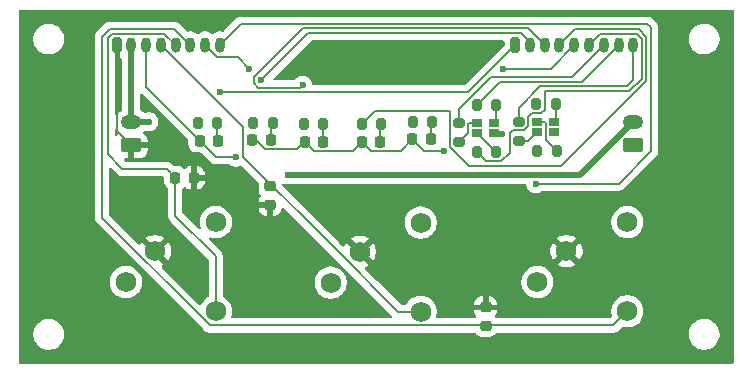
<source format=gtl>
G04 #@! TF.GenerationSoftware,KiCad,Pcbnew,9.0.0*
G04 #@! TF.CreationDate,2025-03-21T14:48:03+11:00*
G04 #@! TF.ProjectId,PCB_BackDesign,5043425f-4261-4636-9b44-657369676e2e,rev?*
G04 #@! TF.SameCoordinates,Original*
G04 #@! TF.FileFunction,Copper,L1,Top*
G04 #@! TF.FilePolarity,Positive*
%FSLAX46Y46*%
G04 Gerber Fmt 4.6, Leading zero omitted, Abs format (unit mm)*
G04 Created by KiCad (PCBNEW 9.0.0) date 2025-03-21 14:48:03*
%MOMM*%
%LPD*%
G01*
G04 APERTURE LIST*
G04 Aperture macros list*
%AMRoundRect*
0 Rectangle with rounded corners*
0 $1 Rounding radius*
0 $2 $3 $4 $5 $6 $7 $8 $9 X,Y pos of 4 corners*
0 Add a 4 corners polygon primitive as box body*
4,1,4,$2,$3,$4,$5,$6,$7,$8,$9,$2,$3,0*
0 Add four circle primitives for the rounded corners*
1,1,$1+$1,$2,$3*
1,1,$1+$1,$4,$5*
1,1,$1+$1,$6,$7*
1,1,$1+$1,$8,$9*
0 Add four rect primitives between the rounded corners*
20,1,$1+$1,$2,$3,$4,$5,0*
20,1,$1+$1,$4,$5,$6,$7,0*
20,1,$1+$1,$6,$7,$8,$9,0*
20,1,$1+$1,$8,$9,$2,$3,0*%
G04 Aperture macros list end*
G04 #@! TA.AperFunction,SMDPad,CuDef*
%ADD10RoundRect,0.200000X-0.200000X-0.275000X0.200000X-0.275000X0.200000X0.275000X-0.200000X0.275000X0*%
G04 #@! TD*
G04 #@! TA.AperFunction,SMDPad,CuDef*
%ADD11R,0.850000X0.650000*%
G04 #@! TD*
G04 #@! TA.AperFunction,SMDPad,CuDef*
%ADD12RoundRect,0.218750X0.218750X0.256250X-0.218750X0.256250X-0.218750X-0.256250X0.218750X-0.256250X0*%
G04 #@! TD*
G04 #@! TA.AperFunction,SMDPad,CuDef*
%ADD13RoundRect,0.225000X-0.225000X-0.250000X0.225000X-0.250000X0.225000X0.250000X-0.225000X0.250000X0*%
G04 #@! TD*
G04 #@! TA.AperFunction,ComponentPad*
%ADD14C,1.727200*%
G04 #@! TD*
G04 #@! TA.AperFunction,SMDPad,CuDef*
%ADD15RoundRect,0.225000X0.250000X-0.225000X0.250000X0.225000X-0.250000X0.225000X-0.250000X-0.225000X0*%
G04 #@! TD*
G04 #@! TA.AperFunction,SMDPad,CuDef*
%ADD16RoundRect,0.200000X-0.275000X0.200000X-0.275000X-0.200000X0.275000X-0.200000X0.275000X0.200000X0*%
G04 #@! TD*
G04 #@! TA.AperFunction,SMDPad,CuDef*
%ADD17RoundRect,0.225000X-0.250000X0.225000X-0.250000X-0.225000X0.250000X-0.225000X0.250000X0.225000X0*%
G04 #@! TD*
G04 #@! TA.AperFunction,ComponentPad*
%ADD18RoundRect,0.200000X-0.200000X-0.450000X0.200000X-0.450000X0.200000X0.450000X-0.200000X0.450000X0*%
G04 #@! TD*
G04 #@! TA.AperFunction,ComponentPad*
%ADD19O,0.800000X1.300000*%
G04 #@! TD*
G04 #@! TA.AperFunction,ComponentPad*
%ADD20RoundRect,0.250000X0.625000X-0.350000X0.625000X0.350000X-0.625000X0.350000X-0.625000X-0.350000X0*%
G04 #@! TD*
G04 #@! TA.AperFunction,ComponentPad*
%ADD21O,1.750000X1.200000*%
G04 #@! TD*
G04 #@! TA.AperFunction,ViaPad*
%ADD22C,0.600000*%
G04 #@! TD*
G04 #@! TA.AperFunction,Conductor*
%ADD23C,0.200000*%
G04 #@! TD*
G04 #@! TA.AperFunction,Conductor*
%ADD24C,0.500000*%
G04 #@! TD*
G04 APERTURE END LIST*
D10*
X149245000Y-80070792D03*
X150895000Y-80070792D03*
X149245000Y-76070792D03*
X150895000Y-76070792D03*
D11*
X149245000Y-78420792D03*
X149245000Y-77570792D03*
X150695000Y-77570792D03*
X150695000Y-78420792D03*
X154350630Y-78350000D03*
X154350630Y-77500000D03*
X155800630Y-77500000D03*
X155800630Y-78350000D03*
D10*
X139527657Y-77720000D03*
X141177657Y-77720000D03*
D12*
X136257500Y-79182500D03*
X134682500Y-79182500D03*
X127352500Y-79110000D03*
X125777500Y-79110000D03*
D13*
X123725000Y-82250000D03*
X125275000Y-82250000D03*
D10*
X154350000Y-80000000D03*
X156000000Y-80000000D03*
D14*
X127156200Y-93543800D03*
X122000000Y-88463800D03*
X119536200Y-91080000D03*
X127156200Y-86000000D03*
D12*
X131787500Y-79072500D03*
X130212500Y-79072500D03*
D15*
X150000000Y-94775000D03*
X150000000Y-93225000D03*
D14*
X144500000Y-93580000D03*
X139343800Y-88500000D03*
X136880000Y-91116200D03*
X144500000Y-86036200D03*
D10*
X154300630Y-76000000D03*
X155950630Y-76000000D03*
X143821876Y-77500000D03*
X145471876Y-77500000D03*
X130320000Y-77572500D03*
X131970000Y-77572500D03*
D14*
X162000000Y-93543800D03*
X156843800Y-88463800D03*
X154380000Y-91080000D03*
X162000000Y-86000000D03*
D12*
X145364376Y-79000000D03*
X143789376Y-79000000D03*
D10*
X134607500Y-77682500D03*
X136257500Y-77682500D03*
D16*
X147745000Y-77570792D03*
X147745000Y-79220792D03*
D17*
X131750000Y-82975000D03*
X131750000Y-84525000D03*
D10*
X125645000Y-77610000D03*
X127295000Y-77610000D03*
D12*
X141095157Y-79220000D03*
X139520157Y-79220000D03*
D16*
X152800630Y-77500000D03*
X152800630Y-79150000D03*
D18*
X118750000Y-71000000D03*
D19*
X120000000Y-71000000D03*
X121250000Y-71000000D03*
X122500000Y-71000000D03*
X123750000Y-71000000D03*
X125000000Y-71000000D03*
X126250000Y-71000000D03*
X127500000Y-71000000D03*
D18*
X152500000Y-71000000D03*
D19*
X153750000Y-71000000D03*
X155000000Y-71000000D03*
X156250000Y-71000000D03*
X157500000Y-71000000D03*
X158750000Y-71000000D03*
X160000000Y-71000000D03*
X161250000Y-71000000D03*
X162500000Y-71000000D03*
D20*
X120000000Y-79500000D03*
D21*
X120000000Y-77500000D03*
D20*
X162500000Y-79500000D03*
D21*
X162500000Y-77500000D03*
D22*
X146496879Y-80002434D03*
X151425630Y-78501785D03*
X128875829Y-80506535D03*
X130212500Y-79072500D03*
X150695000Y-78420792D03*
X155800630Y-78350000D03*
X133250000Y-82000000D03*
X121500000Y-77500000D03*
X154250000Y-82750000D03*
X154350000Y-80000000D03*
X130000000Y-73000000D03*
X154300630Y-76000000D03*
X146000000Y-74000000D03*
X146000000Y-71000000D03*
X139000000Y-71000000D03*
X139000000Y-74000000D03*
X131000000Y-74000000D03*
X130320000Y-77572500D03*
X134500000Y-74400000D03*
X134607500Y-77682500D03*
X127500000Y-75000000D03*
X125645000Y-77610000D03*
X151500000Y-73000000D03*
X143821876Y-77500000D03*
D23*
X139520157Y-79220000D02*
X140295157Y-79995000D01*
X150695000Y-78420792D02*
X151344637Y-78420792D01*
X138782657Y-79957500D02*
X139520157Y-79220000D01*
X127174035Y-80506535D02*
X128875829Y-80506535D01*
X130572500Y-79072500D02*
X131347500Y-79847500D01*
X144791810Y-80002434D02*
X146496879Y-80002434D01*
X134017500Y-79847500D02*
X134682500Y-79182500D01*
X151344637Y-78420792D02*
X151425630Y-78501785D01*
X121250000Y-71000000D02*
X121250000Y-74582500D01*
X130212500Y-79072500D02*
X130572500Y-79072500D01*
X125777500Y-79110000D02*
X127174035Y-80506535D01*
X135457500Y-79957500D02*
X138782657Y-79957500D01*
X134682500Y-79182500D02*
X135457500Y-79957500D01*
X131347500Y-79847500D02*
X134017500Y-79847500D01*
X143789376Y-79000000D02*
X144791810Y-80002434D01*
X142794376Y-79995000D02*
X143789376Y-79000000D01*
X140295157Y-79995000D02*
X142794376Y-79995000D01*
X121250000Y-74582500D02*
X125777500Y-79110000D01*
X127295000Y-79052500D02*
X127352500Y-79110000D01*
X127295000Y-77610000D02*
X127295000Y-79052500D01*
X131787500Y-79072500D02*
X131787500Y-77755000D01*
X131787500Y-77755000D02*
X131970000Y-77572500D01*
X136257500Y-79182500D02*
X136257500Y-77682500D01*
X141095157Y-77802500D02*
X141177657Y-77720000D01*
X141095157Y-79220000D02*
X141095157Y-77802500D01*
X145364376Y-77607500D02*
X145471876Y-77500000D01*
X145364376Y-79000000D02*
X145364376Y-77607500D01*
X148520000Y-77670792D02*
X148620000Y-77570792D01*
X148520000Y-78445792D02*
X148520000Y-77670792D01*
X148620000Y-77570792D02*
X149245000Y-77570792D01*
X147745000Y-79220792D02*
X148520000Y-78445792D01*
X150895000Y-80070792D02*
X149245000Y-78420792D01*
X150895000Y-77370792D02*
X150695000Y-77570792D01*
X150895000Y-76070792D02*
X150895000Y-77370792D01*
X155950630Y-76000000D02*
X155950630Y-77350000D01*
X155950630Y-77350000D02*
X155800630Y-77500000D01*
X153550630Y-79150000D02*
X154350630Y-78350000D01*
X152800630Y-79150000D02*
X153550630Y-79150000D01*
X154350630Y-77500000D02*
X154975630Y-77500000D01*
X154975630Y-77500000D02*
X155075630Y-77600000D01*
X155075630Y-77600000D02*
X155075630Y-79075630D01*
X155075630Y-79075630D02*
X156000000Y-80000000D01*
D24*
X120000000Y-71000000D02*
X120000000Y-77500000D01*
X121500000Y-77500000D02*
X120000000Y-77500000D01*
X162500000Y-77500000D02*
X158000000Y-82000000D01*
X158000000Y-82000000D02*
X133250000Y-82000000D01*
D23*
X129300000Y-69200000D02*
X127500000Y-71000000D01*
X161250000Y-82750000D02*
X164000000Y-80000000D01*
X154250000Y-82750000D02*
X161250000Y-82750000D01*
X163700000Y-69200000D02*
X129300000Y-69200000D01*
X164000000Y-80000000D02*
X164000000Y-69500000D01*
X164000000Y-69500000D02*
X163700000Y-69200000D01*
X127250000Y-72000000D02*
X129000000Y-72000000D01*
X129000000Y-72000000D02*
X130000000Y-73000000D01*
X126250000Y-71000000D02*
X127250000Y-72000000D01*
X129475000Y-80475000D02*
X137125000Y-88125000D01*
X122500000Y-71000000D02*
X129475000Y-77975000D01*
X137125000Y-88125000D02*
X142580000Y-93580000D01*
X129475000Y-77975000D02*
X129475000Y-80475000D01*
X142580000Y-93580000D02*
X144500000Y-93580000D01*
X122800000Y-70050000D02*
X118337352Y-70050000D01*
X119250000Y-81500000D02*
X123000000Y-81500000D01*
X118337352Y-70050000D02*
X118000000Y-70387352D01*
X123000000Y-81500000D02*
X123725000Y-82225000D01*
X123750000Y-71000000D02*
X122800000Y-70050000D01*
X123725000Y-85475000D02*
X127156200Y-88906200D01*
X123725000Y-82225000D02*
X123725000Y-85475000D01*
X127156200Y-88906200D02*
X127156200Y-93543800D01*
X118000000Y-80250000D02*
X119250000Y-81500000D01*
X118000000Y-70387352D02*
X118000000Y-80250000D01*
X123650000Y-69650000D02*
X118171666Y-69650000D01*
X126634221Y-94743600D02*
X160800200Y-94743600D01*
X117500000Y-70321666D02*
X117500000Y-85609379D01*
X125000000Y-71000000D02*
X123650000Y-69650000D01*
X160800200Y-94743600D02*
X162000000Y-93543800D01*
X117500000Y-85609379D02*
X126634221Y-94743600D01*
X118171666Y-69650000D02*
X117500000Y-70321666D01*
X118750000Y-71000000D02*
X118750000Y-78250000D01*
X118750000Y-78250000D02*
X120000000Y-79500000D01*
X146970000Y-79633440D02*
X146970000Y-76592458D01*
X162955635Y-69650000D02*
X163600000Y-70294365D01*
X156250000Y-71000000D02*
X157600000Y-69650000D01*
X140655199Y-76592458D02*
X139527657Y-77720000D01*
X157600000Y-69650000D02*
X162955635Y-69650000D01*
X148582352Y-81245792D02*
X146970000Y-79633440D01*
X146970000Y-76592458D02*
X140655199Y-76592458D01*
X163600000Y-70294365D02*
X163600000Y-74031372D01*
X163600000Y-74031372D02*
X156385580Y-81245792D01*
X156385580Y-81245792D02*
X148582352Y-81245792D01*
X157300000Y-73700000D02*
X150428144Y-73700000D01*
X150428144Y-73700000D02*
X147745000Y-76383144D01*
X160000000Y-71000000D02*
X157300000Y-73700000D01*
X147745000Y-76383144D02*
X147745000Y-77570792D01*
X153750000Y-71000000D02*
X153750000Y-70750000D01*
X153000000Y-70000000D02*
X135000000Y-70000000D01*
X135000000Y-70000000D02*
X131000000Y-74000000D01*
X153750000Y-70750000D02*
X153000000Y-70000000D01*
X154713278Y-76775000D02*
X155000630Y-76487648D01*
X155000630Y-74900000D02*
X162165686Y-74900000D01*
X163200000Y-73865686D02*
X163200000Y-70460051D01*
X155000630Y-76487648D02*
X155000630Y-74900000D01*
X153887982Y-76775000D02*
X154713278Y-76775000D01*
X153600630Y-77887648D02*
X153600630Y-77062352D01*
X159700000Y-70050000D02*
X158750000Y-71000000D01*
X151307648Y-80845792D02*
X152025630Y-80127810D01*
X152025630Y-78487352D02*
X152312982Y-78200000D01*
X162165686Y-74900000D02*
X163200000Y-73865686D01*
X152312982Y-78200000D02*
X153288278Y-78200000D01*
X149245000Y-80070792D02*
X150020000Y-80845792D01*
X152025630Y-80127810D02*
X152025630Y-78487352D01*
X163200000Y-70460051D02*
X162789949Y-70050000D01*
X150020000Y-80845792D02*
X151307648Y-80845792D01*
X153600630Y-77062352D02*
X153887982Y-76775000D01*
X153288278Y-78200000D02*
X153600630Y-77887648D01*
X162789949Y-70050000D02*
X159700000Y-70050000D01*
X158150000Y-74100000D02*
X161250000Y-71000000D01*
X151215792Y-74100000D02*
X158150000Y-74100000D01*
X149245000Y-76070792D02*
X151215792Y-74100000D01*
X155000000Y-71000000D02*
X153600000Y-69600000D01*
X130751471Y-74600000D02*
X134300000Y-74600000D01*
X130400000Y-74248529D02*
X130751471Y-74600000D01*
X134300000Y-74600000D02*
X134500000Y-74400000D01*
X134551471Y-69600000D02*
X130400000Y-73751471D01*
X130400000Y-73751471D02*
X130400000Y-74248529D01*
X153600000Y-69600000D02*
X134551471Y-69600000D01*
X152800630Y-77500000D02*
X152800630Y-76312352D01*
X154612982Y-74500000D02*
X162000000Y-74500000D01*
X152800630Y-76312352D02*
X154612982Y-74500000D01*
X162500000Y-74000000D02*
X162500000Y-71000000D01*
X162000000Y-74500000D02*
X162500000Y-74000000D01*
X148500000Y-75000000D02*
X127500000Y-75000000D01*
X152500000Y-71000000D02*
X148500000Y-75000000D01*
X157500000Y-71000000D02*
X155500000Y-73000000D01*
X155500000Y-73000000D02*
X151500000Y-73000000D01*
G04 #@! TA.AperFunction,Conductor*
G36*
X120955703Y-75137884D02*
G01*
X120962181Y-75143916D01*
X124803181Y-78984916D01*
X124836666Y-79046239D01*
X124839500Y-79072597D01*
X124839500Y-79414181D01*
X124849563Y-79512683D01*
X124902450Y-79672284D01*
X124902455Y-79672295D01*
X124990716Y-79815387D01*
X124990719Y-79815391D01*
X125109608Y-79934280D01*
X125109612Y-79934283D01*
X125252704Y-80022544D01*
X125252707Y-80022545D01*
X125252713Y-80022549D01*
X125412315Y-80075436D01*
X125510826Y-80085500D01*
X125852403Y-80085500D01*
X125919442Y-80105185D01*
X125940083Y-80121818D01*
X126805319Y-80987055D01*
X126805321Y-80987056D01*
X126805325Y-80987059D01*
X126904466Y-81044297D01*
X126942251Y-81066112D01*
X127094978Y-81107036D01*
X127094980Y-81107036D01*
X127260689Y-81107036D01*
X127260705Y-81107035D01*
X128296063Y-81107035D01*
X128363102Y-81126720D01*
X128364954Y-81127933D01*
X128496643Y-81215925D01*
X128496656Y-81215932D01*
X128642327Y-81276270D01*
X128642332Y-81276272D01*
X128796982Y-81307034D01*
X128796985Y-81307035D01*
X128796987Y-81307035D01*
X128954673Y-81307035D01*
X128954674Y-81307034D01*
X129109326Y-81276272D01*
X129255008Y-81215929D01*
X129255012Y-81215926D01*
X129257434Y-81214923D01*
X129326903Y-81207454D01*
X129389383Y-81238729D01*
X129392568Y-81241803D01*
X130740056Y-82589291D01*
X130773541Y-82650614D01*
X130775734Y-82689566D01*
X130774500Y-82701645D01*
X130774500Y-83248337D01*
X130774501Y-83248355D01*
X130784650Y-83347707D01*
X130784651Y-83347710D01*
X130837996Y-83508694D01*
X130838001Y-83508705D01*
X130927029Y-83653040D01*
X130927032Y-83653044D01*
X130936660Y-83662672D01*
X130970145Y-83723995D01*
X130965161Y-83793687D01*
X130936663Y-83838031D01*
X130927428Y-83847265D01*
X130927424Y-83847271D01*
X130838457Y-83991507D01*
X130838452Y-83991518D01*
X130785144Y-84152393D01*
X130775000Y-84251677D01*
X130775000Y-84275000D01*
X131626000Y-84275000D01*
X131693039Y-84294685D01*
X131738794Y-84347489D01*
X131750000Y-84399000D01*
X131750000Y-84525000D01*
X131876000Y-84525000D01*
X131943039Y-84544685D01*
X131988794Y-84597489D01*
X132000000Y-84649000D01*
X132000000Y-85474999D01*
X132048308Y-85474999D01*
X132048322Y-85474998D01*
X132147607Y-85464855D01*
X132308481Y-85411547D01*
X132308492Y-85411542D01*
X132452728Y-85322575D01*
X132452732Y-85322572D01*
X132572572Y-85202732D01*
X132572575Y-85202728D01*
X132661542Y-85058492D01*
X132661547Y-85058481D01*
X132714856Y-84897606D01*
X132719249Y-84854604D01*
X132745644Y-84789912D01*
X132802825Y-84749760D01*
X132872636Y-84746896D01*
X132930288Y-84779524D01*
X136763349Y-88612585D01*
X136763355Y-88612590D01*
X142082184Y-93931419D01*
X142115669Y-93992742D01*
X142110685Y-94062434D01*
X142068813Y-94118367D01*
X142003349Y-94142784D01*
X141994503Y-94143100D01*
X128566447Y-94143100D01*
X128499408Y-94123415D01*
X128453653Y-94070611D01*
X128443709Y-94001453D01*
X128448516Y-93980782D01*
X128468758Y-93918480D01*
X128486711Y-93863227D01*
X128520300Y-93651157D01*
X128520300Y-93436443D01*
X128486711Y-93224373D01*
X128432123Y-93056366D01*
X128420362Y-93020169D01*
X128420361Y-93020166D01*
X128341327Y-92865055D01*
X128322883Y-92828856D01*
X128196677Y-92655149D01*
X128044851Y-92503323D01*
X127940390Y-92427427D01*
X127871142Y-92377115D01*
X127824404Y-92353301D01*
X127773609Y-92305327D01*
X127756700Y-92242817D01*
X127756700Y-91008843D01*
X135515900Y-91008843D01*
X135515900Y-91223556D01*
X135549489Y-91435628D01*
X135615837Y-91639830D01*
X135615838Y-91639833D01*
X135694872Y-91794944D01*
X135713317Y-91831144D01*
X135839523Y-92004851D01*
X135991349Y-92156677D01*
X136165056Y-92282883D01*
X136229732Y-92315837D01*
X136356366Y-92380361D01*
X136356369Y-92380362D01*
X136449157Y-92410510D01*
X136560573Y-92446711D01*
X136772643Y-92480300D01*
X136772644Y-92480300D01*
X136987356Y-92480300D01*
X136987357Y-92480300D01*
X137199427Y-92446711D01*
X137403633Y-92380361D01*
X137594944Y-92282883D01*
X137768651Y-92156677D01*
X137920477Y-92004851D01*
X138046683Y-91831144D01*
X138144161Y-91639833D01*
X138210511Y-91435627D01*
X138244100Y-91223557D01*
X138244100Y-91008843D01*
X138210511Y-90796773D01*
X138144161Y-90592567D01*
X138144161Y-90592566D01*
X138046682Y-90401255D01*
X138020381Y-90365055D01*
X137920477Y-90227549D01*
X137768651Y-90075723D01*
X137594944Y-89949517D01*
X137523898Y-89913317D01*
X137403633Y-89852038D01*
X137403630Y-89852037D01*
X137199428Y-89785689D01*
X137075313Y-89766031D01*
X136987357Y-89752100D01*
X136772643Y-89752100D01*
X136701953Y-89763296D01*
X136560571Y-89785689D01*
X136356369Y-89852037D01*
X136356366Y-89852038D01*
X136165055Y-89949517D01*
X136065949Y-90021522D01*
X135991349Y-90075723D01*
X135991347Y-90075725D01*
X135991346Y-90075725D01*
X135839525Y-90227546D01*
X135839525Y-90227547D01*
X135839523Y-90227549D01*
X135785322Y-90302149D01*
X135713317Y-90401255D01*
X135615838Y-90592566D01*
X135615837Y-90592569D01*
X135549489Y-90796771D01*
X135515900Y-91008843D01*
X127756700Y-91008843D01*
X127756700Y-88995260D01*
X127756701Y-88995247D01*
X127756701Y-88827144D01*
X127754602Y-88819311D01*
X127715777Y-88674416D01*
X127676001Y-88605521D01*
X127636724Y-88537490D01*
X127636718Y-88537482D01*
X126599062Y-87499826D01*
X126565577Y-87438503D01*
X126570561Y-87368811D01*
X126612433Y-87312878D01*
X126677897Y-87288461D01*
X126725061Y-87294214D01*
X126836773Y-87330511D01*
X127048843Y-87364100D01*
X127048844Y-87364100D01*
X127263556Y-87364100D01*
X127263557Y-87364100D01*
X127475627Y-87330511D01*
X127679833Y-87264161D01*
X127871144Y-87166683D01*
X128044851Y-87040477D01*
X128196677Y-86888651D01*
X128322883Y-86714944D01*
X128420361Y-86523633D01*
X128486711Y-86319427D01*
X128520300Y-86107357D01*
X128520300Y-85892643D01*
X128486711Y-85680573D01*
X128420361Y-85476367D01*
X128420361Y-85476366D01*
X128341327Y-85321255D01*
X128322883Y-85285056D01*
X128196677Y-85111349D01*
X128044851Y-84959523D01*
X127871144Y-84833317D01*
X127871145Y-84833317D01*
X127871143Y-84833316D01*
X127802464Y-84798322D01*
X130775001Y-84798322D01*
X130785144Y-84897607D01*
X130838452Y-85058481D01*
X130838457Y-85058492D01*
X130927424Y-85202728D01*
X130927427Y-85202732D01*
X131047267Y-85322572D01*
X131047271Y-85322575D01*
X131191507Y-85411542D01*
X131191518Y-85411547D01*
X131352393Y-85464855D01*
X131451683Y-85474999D01*
X131499999Y-85474998D01*
X131500000Y-85474998D01*
X131500000Y-84775000D01*
X130775001Y-84775000D01*
X130775001Y-84798322D01*
X127802464Y-84798322D01*
X127679833Y-84735838D01*
X127679830Y-84735837D01*
X127475628Y-84669489D01*
X127346266Y-84649000D01*
X127263557Y-84635900D01*
X127048843Y-84635900D01*
X126978153Y-84647096D01*
X126836771Y-84669489D01*
X126632569Y-84735837D01*
X126632566Y-84735838D01*
X126441255Y-84833317D01*
X126391431Y-84869517D01*
X126267549Y-84959523D01*
X126267547Y-84959525D01*
X126267546Y-84959525D01*
X126115725Y-85111346D01*
X126115725Y-85111347D01*
X126115723Y-85111349D01*
X126089424Y-85147547D01*
X125989517Y-85285055D01*
X125892038Y-85476366D01*
X125892037Y-85476369D01*
X125825689Y-85680571D01*
X125792100Y-85892643D01*
X125792100Y-86107356D01*
X125825689Y-86319430D01*
X125861985Y-86431139D01*
X125863980Y-86500980D01*
X125827899Y-86560812D01*
X125765198Y-86591640D01*
X125695784Y-86583675D01*
X125656373Y-86557137D01*
X124361819Y-85262583D01*
X124328334Y-85201260D01*
X124325500Y-85174902D01*
X124325500Y-83190004D01*
X124326582Y-83186317D01*
X124325723Y-83182574D01*
X124336348Y-83153057D01*
X124345185Y-83122965D01*
X124348464Y-83119401D01*
X124349389Y-83116834D01*
X124359037Y-83107914D01*
X124374059Y-83091594D01*
X124379050Y-83087767D01*
X124403044Y-83072968D01*
X124418442Y-83057569D01*
X124424912Y-83052610D01*
X124450200Y-83042846D01*
X124473987Y-83029856D01*
X124482307Y-83030450D01*
X124490092Y-83027445D01*
X124516642Y-83032903D01*
X124543679Y-83034835D01*
X124551977Y-83040167D01*
X124558531Y-83041515D01*
X124567087Y-83049878D01*
X124588034Y-83063339D01*
X124597267Y-83072572D01*
X124597271Y-83072575D01*
X124741507Y-83161542D01*
X124741518Y-83161547D01*
X124902393Y-83214855D01*
X125001683Y-83224999D01*
X125525000Y-83224999D01*
X125548308Y-83224999D01*
X125548322Y-83224998D01*
X125647607Y-83214855D01*
X125808481Y-83161547D01*
X125808492Y-83161542D01*
X125952728Y-83072575D01*
X125952732Y-83072572D01*
X126072572Y-82952732D01*
X126072575Y-82952728D01*
X126161542Y-82808492D01*
X126161547Y-82808481D01*
X126214855Y-82647606D01*
X126224999Y-82548322D01*
X126225000Y-82548309D01*
X126225000Y-82500000D01*
X125525000Y-82500000D01*
X125525000Y-83224999D01*
X125001683Y-83224999D01*
X125025000Y-83224998D01*
X125025000Y-82000000D01*
X125525000Y-82000000D01*
X126224999Y-82000000D01*
X126224999Y-81951692D01*
X126224998Y-81951677D01*
X126214855Y-81852392D01*
X126161547Y-81691518D01*
X126161542Y-81691507D01*
X126072575Y-81547271D01*
X126072572Y-81547267D01*
X125952732Y-81427427D01*
X125952728Y-81427424D01*
X125808492Y-81338457D01*
X125808481Y-81338452D01*
X125647606Y-81285144D01*
X125548322Y-81275000D01*
X125525000Y-81275000D01*
X125525000Y-82000000D01*
X125025000Y-82000000D01*
X125025000Y-81274999D01*
X125001693Y-81275000D01*
X125001674Y-81275001D01*
X124902392Y-81285144D01*
X124741518Y-81338452D01*
X124741507Y-81338457D01*
X124597271Y-81427424D01*
X124597265Y-81427428D01*
X124588031Y-81436663D01*
X124526707Y-81470146D01*
X124457015Y-81465159D01*
X124412672Y-81436660D01*
X124403044Y-81427032D01*
X124403040Y-81427029D01*
X124258705Y-81338001D01*
X124258699Y-81337998D01*
X124258697Y-81337997D01*
X124258694Y-81337996D01*
X124097709Y-81284651D01*
X123998352Y-81274500D01*
X123998345Y-81274500D01*
X123675097Y-81274500D01*
X123645656Y-81265855D01*
X123615670Y-81259332D01*
X123610654Y-81255577D01*
X123608058Y-81254815D01*
X123587416Y-81238181D01*
X123487590Y-81138355D01*
X123487588Y-81138352D01*
X123368717Y-81019481D01*
X123368716Y-81019480D01*
X123257934Y-80955520D01*
X123257934Y-80955519D01*
X123257929Y-80955518D01*
X123248806Y-80950250D01*
X123231786Y-80940423D01*
X123193603Y-80930192D01*
X123079057Y-80899499D01*
X122920943Y-80899499D01*
X122913347Y-80899499D01*
X122913331Y-80899500D01*
X119550097Y-80899500D01*
X119520656Y-80890855D01*
X119490670Y-80884332D01*
X119485654Y-80880577D01*
X119483058Y-80879815D01*
X119462416Y-80863181D01*
X119410915Y-80811680D01*
X119377430Y-80750357D01*
X119382414Y-80680665D01*
X119424286Y-80624732D01*
X119489750Y-80600315D01*
X119498596Y-80599999D01*
X119749999Y-80599999D01*
X119750000Y-80599998D01*
X119750000Y-79780330D01*
X119769745Y-79800075D01*
X119855255Y-79849444D01*
X119950630Y-79875000D01*
X120049370Y-79875000D01*
X120144745Y-79849444D01*
X120230255Y-79800075D01*
X120250000Y-79780330D01*
X120250000Y-80599999D01*
X120674972Y-80599999D01*
X120674986Y-80599998D01*
X120777697Y-80589505D01*
X120944119Y-80534358D01*
X120944124Y-80534356D01*
X121093345Y-80442315D01*
X121217315Y-80318345D01*
X121309356Y-80169124D01*
X121309358Y-80169119D01*
X121364505Y-80002697D01*
X121364506Y-80002690D01*
X121374999Y-79899986D01*
X121375000Y-79899973D01*
X121375000Y-79750000D01*
X120280330Y-79750000D01*
X120300075Y-79730255D01*
X120349444Y-79644745D01*
X120375000Y-79549370D01*
X120375000Y-79450630D01*
X120349444Y-79355255D01*
X120300075Y-79269745D01*
X120280330Y-79250000D01*
X121374999Y-79250000D01*
X121374999Y-79100028D01*
X121374998Y-79100013D01*
X121364505Y-78997302D01*
X121309358Y-78830880D01*
X121309356Y-78830875D01*
X121217315Y-78681654D01*
X121093343Y-78557682D01*
X121029093Y-78518053D01*
X121013539Y-78500761D01*
X120994921Y-78486823D01*
X120990612Y-78475271D01*
X120982368Y-78466105D01*
X120978631Y-78443148D01*
X120970505Y-78421358D01*
X120973125Y-78409312D01*
X120971145Y-78397143D01*
X120980414Y-78375808D01*
X120985358Y-78353086D01*
X120997105Y-78337393D01*
X120998988Y-78333061D01*
X121006498Y-78324843D01*
X121044524Y-78286818D01*
X121105847Y-78253333D01*
X121132204Y-78250500D01*
X121195396Y-78250500D01*
X121242844Y-78259937D01*
X121266503Y-78269737D01*
X121266508Y-78269738D01*
X121266511Y-78269739D01*
X121421153Y-78300499D01*
X121421156Y-78300500D01*
X121421158Y-78300500D01*
X121578844Y-78300500D01*
X121578845Y-78300499D01*
X121733497Y-78269737D01*
X121865804Y-78214934D01*
X121879172Y-78209397D01*
X121879172Y-78209396D01*
X121879179Y-78209394D01*
X122010289Y-78121789D01*
X122121789Y-78010289D01*
X122209394Y-77879179D01*
X122269737Y-77733497D01*
X122300500Y-77578842D01*
X122300500Y-77421158D01*
X122300500Y-77421155D01*
X122300499Y-77421153D01*
X122286522Y-77350886D01*
X122269737Y-77266503D01*
X122260161Y-77243384D01*
X122209397Y-77120827D01*
X122209390Y-77120814D01*
X122121789Y-76989711D01*
X122121786Y-76989707D01*
X122010292Y-76878213D01*
X122010288Y-76878210D01*
X121879185Y-76790609D01*
X121879172Y-76790602D01*
X121733501Y-76730264D01*
X121733489Y-76730261D01*
X121578845Y-76699500D01*
X121578842Y-76699500D01*
X121421158Y-76699500D01*
X121421155Y-76699500D01*
X121266511Y-76730260D01*
X121266506Y-76730262D01*
X121266504Y-76730262D01*
X121266503Y-76730263D01*
X121242844Y-76740062D01*
X121234670Y-76741688D01*
X121230331Y-76744477D01*
X121195396Y-76749500D01*
X121132204Y-76749500D01*
X121065165Y-76729815D01*
X121044523Y-76713181D01*
X120991930Y-76660588D01*
X120991928Y-76660586D01*
X120851788Y-76558768D01*
X120849765Y-76557737D01*
X120818203Y-76541655D01*
X120767408Y-76493680D01*
X120750500Y-76431171D01*
X120750500Y-75231597D01*
X120770185Y-75164558D01*
X120822989Y-75118803D01*
X120892147Y-75108859D01*
X120955703Y-75137884D01*
G37*
G04 #@! TD.AperFunction*
G04 #@! TA.AperFunction,Conductor*
G36*
X118305703Y-81405384D02*
G01*
X118312181Y-81411416D01*
X118765139Y-81864374D01*
X118765149Y-81864385D01*
X118769479Y-81868715D01*
X118769480Y-81868716D01*
X118881284Y-81980520D01*
X118957462Y-82024501D01*
X119018215Y-82059577D01*
X119170943Y-82100501D01*
X119170946Y-82100501D01*
X119336653Y-82100501D01*
X119336669Y-82100500D01*
X122650500Y-82100500D01*
X122717539Y-82120185D01*
X122763294Y-82172989D01*
X122774500Y-82224500D01*
X122774500Y-82548336D01*
X122774501Y-82548355D01*
X122784650Y-82647707D01*
X122784651Y-82647710D01*
X122837996Y-82808694D01*
X122838001Y-82808705D01*
X122927029Y-82953040D01*
X122927032Y-82953044D01*
X123046956Y-83072968D01*
X123065596Y-83084465D01*
X123112321Y-83136412D01*
X123124500Y-83190004D01*
X123124500Y-85388330D01*
X123124499Y-85388348D01*
X123124499Y-85554054D01*
X123124498Y-85554054D01*
X123165423Y-85706785D01*
X123194358Y-85756900D01*
X123194359Y-85756904D01*
X123194360Y-85756904D01*
X123244479Y-85843714D01*
X123244481Y-85843717D01*
X123363349Y-85962585D01*
X123363355Y-85962590D01*
X126519381Y-89118616D01*
X126552866Y-89179939D01*
X126555700Y-89206297D01*
X126555700Y-92242817D01*
X126536015Y-92309856D01*
X126487996Y-92353301D01*
X126441257Y-92377115D01*
X126345468Y-92446711D01*
X126267549Y-92503323D01*
X126267547Y-92503325D01*
X126267546Y-92503325D01*
X126115725Y-92655146D01*
X126115725Y-92655147D01*
X126115723Y-92655149D01*
X126061522Y-92729749D01*
X125989517Y-92828855D01*
X125924961Y-92955553D01*
X125876986Y-93006349D01*
X125809165Y-93023144D01*
X125743030Y-93000606D01*
X125726795Y-92986939D01*
X122606968Y-89867112D01*
X122573483Y-89805789D01*
X122578467Y-89736097D01*
X122620339Y-89680164D01*
X122638355Y-89668946D01*
X122714679Y-89630057D01*
X122714680Y-89630057D01*
X122771453Y-89588807D01*
X122771453Y-89588806D01*
X122216567Y-89033921D01*
X122288754Y-89004021D01*
X122388598Y-88937308D01*
X122473508Y-88852398D01*
X122540221Y-88752554D01*
X122570121Y-88680368D01*
X123125006Y-89235253D01*
X123125007Y-89235253D01*
X123166255Y-89178482D01*
X123263696Y-88987245D01*
X123330024Y-88783111D01*
X123363600Y-88571123D01*
X123363600Y-88356476D01*
X123330024Y-88144488D01*
X123263696Y-87940354D01*
X123166255Y-87749117D01*
X123125006Y-87692345D01*
X122570120Y-88247230D01*
X122540221Y-88175046D01*
X122473508Y-88075202D01*
X122388598Y-87990292D01*
X122288754Y-87923579D01*
X122216567Y-87893678D01*
X122771454Y-87338792D01*
X122714681Y-87297543D01*
X122523445Y-87200103D01*
X122319311Y-87133775D01*
X122107323Y-87100200D01*
X121892677Y-87100200D01*
X121680688Y-87133775D01*
X121476554Y-87200103D01*
X121285317Y-87297544D01*
X121228545Y-87338792D01*
X121228544Y-87338792D01*
X121783431Y-87893678D01*
X121711246Y-87923579D01*
X121611402Y-87990292D01*
X121526492Y-88075202D01*
X121459779Y-88175046D01*
X121429878Y-88247231D01*
X120874992Y-87692344D01*
X120874992Y-87692345D01*
X120833740Y-87749122D01*
X120794852Y-87825445D01*
X120746878Y-87876241D01*
X120679057Y-87893036D01*
X120612922Y-87870498D01*
X120596687Y-87856831D01*
X118136819Y-85396963D01*
X118103334Y-85335640D01*
X118100500Y-85309282D01*
X118100500Y-81499097D01*
X118120185Y-81432058D01*
X118172989Y-81386303D01*
X118242147Y-81376359D01*
X118305703Y-81405384D01*
G37*
G04 #@! TD.AperFunction*
G04 #@! TA.AperFunction,Conductor*
G36*
X118805703Y-78112460D02*
G01*
X118824818Y-78133288D01*
X118885583Y-78216924D01*
X118885588Y-78216930D01*
X118993491Y-78324833D01*
X119026976Y-78386156D01*
X119021992Y-78455848D01*
X118985462Y-78507548D01*
X118804152Y-78659511D01*
X118776931Y-78671405D01*
X118750858Y-78685643D01*
X118745265Y-78685243D01*
X118740128Y-78687488D01*
X118710798Y-78682778D01*
X118681166Y-78680659D01*
X118676677Y-78677298D01*
X118671142Y-78676410D01*
X118649010Y-78656586D01*
X118625233Y-78638787D01*
X118623274Y-78633535D01*
X118619097Y-78629794D01*
X118611196Y-78601153D01*
X118600816Y-78573323D01*
X118600500Y-78564477D01*
X118600500Y-78206173D01*
X118620185Y-78139134D01*
X118672989Y-78093379D01*
X118742147Y-78083435D01*
X118805703Y-78112460D01*
G37*
G04 #@! TD.AperFunction*
G04 #@! TA.AperFunction,Conductor*
G36*
X119000000Y-71124000D02*
G01*
X119000000Y-72149999D01*
X119006581Y-72149999D01*
X119077101Y-72143591D01*
X119088604Y-72140007D01*
X119158464Y-72138853D01*
X119217858Y-72175651D01*
X119247929Y-72238718D01*
X119249500Y-72258391D01*
X119249500Y-76431171D01*
X119229815Y-76498210D01*
X119181797Y-76541655D01*
X119148211Y-76558768D01*
X119086762Y-76603414D01*
X119008072Y-76660586D01*
X119008070Y-76660588D01*
X119008069Y-76660588D01*
X118885588Y-76783069D01*
X118885588Y-76783070D01*
X118885586Y-76783072D01*
X118827252Y-76863362D01*
X118824818Y-76866712D01*
X118769488Y-76909377D01*
X118699874Y-76915356D01*
X118638079Y-76882750D01*
X118603722Y-76821911D01*
X118600500Y-76793826D01*
X118600500Y-71204054D01*
X118608386Y-71211940D01*
X118700272Y-71250000D01*
X118799728Y-71250000D01*
X118891614Y-71211940D01*
X118961940Y-71141614D01*
X118989406Y-71075303D01*
X119000000Y-71124000D01*
G37*
G04 #@! TD.AperFunction*
G04 #@! TA.AperFunction,Conductor*
G36*
X151542539Y-70620185D02*
G01*
X151588294Y-70672989D01*
X151599500Y-70724500D01*
X151599500Y-70999903D01*
X151579815Y-71066942D01*
X151563181Y-71087584D01*
X148287584Y-74363181D01*
X148226261Y-74396666D01*
X148199903Y-74399500D01*
X135417848Y-74399500D01*
X135350809Y-74379815D01*
X135305054Y-74327011D01*
X135296231Y-74299692D01*
X135269738Y-74166508D01*
X135269737Y-74166507D01*
X135269737Y-74166503D01*
X135267814Y-74161860D01*
X135209397Y-74020827D01*
X135209390Y-74020814D01*
X135121789Y-73889711D01*
X135121786Y-73889707D01*
X135010292Y-73778213D01*
X135010288Y-73778210D01*
X134879185Y-73690609D01*
X134879172Y-73690602D01*
X134733501Y-73630264D01*
X134733489Y-73630261D01*
X134578845Y-73599500D01*
X134578842Y-73599500D01*
X134421158Y-73599500D01*
X134421155Y-73599500D01*
X134266510Y-73630261D01*
X134266498Y-73630264D01*
X134120827Y-73690602D01*
X134120814Y-73690609D01*
X133989711Y-73778210D01*
X133989707Y-73778213D01*
X133878213Y-73889707D01*
X133878207Y-73889715D01*
X133841675Y-73944390D01*
X133788063Y-73989196D01*
X133738573Y-73999500D01*
X132149097Y-73999500D01*
X132082058Y-73979815D01*
X132036303Y-73927011D01*
X132026359Y-73857853D01*
X132055384Y-73794297D01*
X132061416Y-73787819D01*
X135212416Y-70636819D01*
X135273739Y-70603334D01*
X135300097Y-70600500D01*
X151475500Y-70600500D01*
X151542539Y-70620185D01*
G37*
G04 #@! TD.AperFunction*
G04 #@! TA.AperFunction,Conductor*
G36*
X170943039Y-68019685D02*
G01*
X170988794Y-68072489D01*
X171000000Y-68124000D01*
X171000000Y-97876000D01*
X170980315Y-97943039D01*
X170927511Y-97988794D01*
X170876000Y-98000000D01*
X110624000Y-98000000D01*
X110556961Y-97980315D01*
X110511206Y-97927511D01*
X110500000Y-97876000D01*
X110500000Y-95397648D01*
X111699500Y-95397648D01*
X111699500Y-95602351D01*
X111731522Y-95804534D01*
X111794781Y-95999223D01*
X111887715Y-96181613D01*
X112008028Y-96347213D01*
X112152786Y-96491971D01*
X112307749Y-96604556D01*
X112318390Y-96612287D01*
X112434607Y-96671503D01*
X112500776Y-96705218D01*
X112500778Y-96705218D01*
X112500781Y-96705220D01*
X112605137Y-96739127D01*
X112695465Y-96768477D01*
X112796557Y-96784488D01*
X112897648Y-96800500D01*
X112897649Y-96800500D01*
X113102351Y-96800500D01*
X113102352Y-96800500D01*
X113304534Y-96768477D01*
X113499219Y-96705220D01*
X113681610Y-96612287D01*
X113774590Y-96544732D01*
X113847213Y-96491971D01*
X113847215Y-96491968D01*
X113847219Y-96491966D01*
X113991966Y-96347219D01*
X113991968Y-96347215D01*
X113991971Y-96347213D01*
X114044732Y-96274590D01*
X114112287Y-96181610D01*
X114205220Y-95999219D01*
X114268477Y-95804534D01*
X114300500Y-95602352D01*
X114300500Y-95397648D01*
X114280954Y-95274239D01*
X114268477Y-95195465D01*
X114205218Y-95000776D01*
X114171503Y-94934607D01*
X114112287Y-94818390D01*
X114033889Y-94710483D01*
X113991971Y-94652786D01*
X113847213Y-94508028D01*
X113681613Y-94387715D01*
X113681612Y-94387714D01*
X113681610Y-94387713D01*
X113624653Y-94358691D01*
X113499223Y-94294781D01*
X113304534Y-94231522D01*
X113129995Y-94203878D01*
X113102352Y-94199500D01*
X112897648Y-94199500D01*
X112873329Y-94203351D01*
X112695465Y-94231522D01*
X112500776Y-94294781D01*
X112318386Y-94387715D01*
X112152786Y-94508028D01*
X112008028Y-94652786D01*
X111887715Y-94818386D01*
X111794781Y-95000776D01*
X111731522Y-95195465D01*
X111699500Y-95397648D01*
X110500000Y-95397648D01*
X110500000Y-90972643D01*
X118172100Y-90972643D01*
X118172100Y-91187357D01*
X118177834Y-91223557D01*
X118205689Y-91399428D01*
X118272037Y-91603630D01*
X118272038Y-91603633D01*
X118369517Y-91794944D01*
X118495723Y-91968651D01*
X118647549Y-92120477D01*
X118821256Y-92246683D01*
X118896740Y-92285144D01*
X119012566Y-92344161D01*
X119012569Y-92344162D01*
X119113990Y-92377115D01*
X119216773Y-92410511D01*
X119428843Y-92444100D01*
X119428844Y-92444100D01*
X119643556Y-92444100D01*
X119643557Y-92444100D01*
X119855627Y-92410511D01*
X120059833Y-92344161D01*
X120251144Y-92246683D01*
X120424851Y-92120477D01*
X120576677Y-91968651D01*
X120702883Y-91794944D01*
X120800361Y-91603633D01*
X120866711Y-91399427D01*
X120900300Y-91187357D01*
X120900300Y-90972643D01*
X120866711Y-90760573D01*
X120800361Y-90556367D01*
X120800361Y-90556366D01*
X120702882Y-90365055D01*
X120576677Y-90191349D01*
X120424851Y-90039523D01*
X120251144Y-89913317D01*
X120059833Y-89815838D01*
X120059830Y-89815837D01*
X119855628Y-89749489D01*
X119716770Y-89727496D01*
X119643557Y-89715900D01*
X119428843Y-89715900D01*
X119358153Y-89727096D01*
X119216771Y-89749489D01*
X119012569Y-89815837D01*
X119012566Y-89815838D01*
X118821255Y-89913317D01*
X118771431Y-89949517D01*
X118647549Y-90039523D01*
X118647547Y-90039525D01*
X118647546Y-90039525D01*
X118495725Y-90191346D01*
X118495725Y-90191347D01*
X118495723Y-90191349D01*
X118469424Y-90227547D01*
X118369517Y-90365055D01*
X118272038Y-90556366D01*
X118272037Y-90556369D01*
X118205689Y-90760571D01*
X118199955Y-90796773D01*
X118172100Y-90972643D01*
X110500000Y-90972643D01*
X110500000Y-85688433D01*
X116899498Y-85688433D01*
X116940423Y-85841164D01*
X116969358Y-85891279D01*
X116969359Y-85891283D01*
X116969360Y-85891283D01*
X117010525Y-85962585D01*
X117019479Y-85978093D01*
X117019481Y-85978096D01*
X117138349Y-86096964D01*
X117138355Y-86096969D01*
X126149360Y-95107974D01*
X126149370Y-95107985D01*
X126153700Y-95112315D01*
X126153701Y-95112316D01*
X126265505Y-95224120D01*
X126352316Y-95274239D01*
X126352318Y-95274241D01*
X126402434Y-95303176D01*
X126402436Y-95303177D01*
X126555163Y-95344100D01*
X126555164Y-95344100D01*
X149040628Y-95344100D01*
X149107667Y-95363785D01*
X149146164Y-95403000D01*
X149177032Y-95453044D01*
X149177033Y-95453045D01*
X149296955Y-95572967D01*
X149296959Y-95572970D01*
X149441294Y-95661998D01*
X149441297Y-95661999D01*
X149441303Y-95662003D01*
X149602292Y-95715349D01*
X149701655Y-95725500D01*
X150298344Y-95725499D01*
X150298352Y-95725498D01*
X150298355Y-95725498D01*
X150352760Y-95719940D01*
X150397708Y-95715349D01*
X150558697Y-95662003D01*
X150703044Y-95572968D01*
X150822968Y-95453044D01*
X150853835Y-95403001D01*
X150859787Y-95397648D01*
X167199500Y-95397648D01*
X167199500Y-95602351D01*
X167231522Y-95804534D01*
X167294781Y-95999223D01*
X167387715Y-96181613D01*
X167508028Y-96347213D01*
X167652786Y-96491971D01*
X167807749Y-96604556D01*
X167818390Y-96612287D01*
X167934607Y-96671503D01*
X168000776Y-96705218D01*
X168000778Y-96705218D01*
X168000781Y-96705220D01*
X168105137Y-96739127D01*
X168195465Y-96768477D01*
X168296557Y-96784488D01*
X168397648Y-96800500D01*
X168397649Y-96800500D01*
X168602351Y-96800500D01*
X168602352Y-96800500D01*
X168804534Y-96768477D01*
X168999219Y-96705220D01*
X169181610Y-96612287D01*
X169274590Y-96544732D01*
X169347213Y-96491971D01*
X169347215Y-96491968D01*
X169347219Y-96491966D01*
X169491966Y-96347219D01*
X169491968Y-96347215D01*
X169491971Y-96347213D01*
X169544732Y-96274590D01*
X169612287Y-96181610D01*
X169705220Y-95999219D01*
X169768477Y-95804534D01*
X169800500Y-95602352D01*
X169800500Y-95397648D01*
X169780954Y-95274239D01*
X169768477Y-95195465D01*
X169705218Y-95000776D01*
X169671503Y-94934607D01*
X169612287Y-94818390D01*
X169533889Y-94710483D01*
X169491971Y-94652786D01*
X169347213Y-94508028D01*
X169181613Y-94387715D01*
X169181612Y-94387714D01*
X169181610Y-94387713D01*
X169124653Y-94358691D01*
X168999223Y-94294781D01*
X168804534Y-94231522D01*
X168629995Y-94203878D01*
X168602352Y-94199500D01*
X168397648Y-94199500D01*
X168373329Y-94203351D01*
X168195465Y-94231522D01*
X168000776Y-94294781D01*
X167818386Y-94387715D01*
X167652786Y-94508028D01*
X167508028Y-94652786D01*
X167387715Y-94818386D01*
X167294781Y-95000776D01*
X167231522Y-95195465D01*
X167199500Y-95397648D01*
X150859787Y-95397648D01*
X150905781Y-95356279D01*
X150959372Y-95344100D01*
X160713531Y-95344100D01*
X160713547Y-95344101D01*
X160721143Y-95344101D01*
X160879254Y-95344101D01*
X160879257Y-95344101D01*
X161031985Y-95303177D01*
X161082104Y-95274239D01*
X161168916Y-95224120D01*
X161280720Y-95112316D01*
X161280720Y-95112314D01*
X161290928Y-95102107D01*
X161290930Y-95102104D01*
X161504685Y-94888348D01*
X161566006Y-94854865D01*
X161630681Y-94858099D01*
X161680573Y-94874311D01*
X161892643Y-94907900D01*
X161892644Y-94907900D01*
X162107356Y-94907900D01*
X162107357Y-94907900D01*
X162319427Y-94874311D01*
X162523633Y-94807961D01*
X162714944Y-94710483D01*
X162888651Y-94584277D01*
X163040477Y-94432451D01*
X163166683Y-94258744D01*
X163264161Y-94067433D01*
X163330511Y-93863227D01*
X163364100Y-93651157D01*
X163364100Y-93436443D01*
X163330511Y-93224373D01*
X163275923Y-93056366D01*
X163264162Y-93020169D01*
X163264161Y-93020166D01*
X163185127Y-92865055D01*
X163166683Y-92828856D01*
X163040477Y-92655149D01*
X162888651Y-92503323D01*
X162714944Y-92377117D01*
X162668203Y-92353301D01*
X162523633Y-92279638D01*
X162523630Y-92279637D01*
X162319428Y-92213289D01*
X162213392Y-92196494D01*
X162107357Y-92179700D01*
X161892643Y-92179700D01*
X161821953Y-92190896D01*
X161680571Y-92213289D01*
X161476369Y-92279637D01*
X161476366Y-92279638D01*
X161285055Y-92377117D01*
X161215810Y-92427427D01*
X161111349Y-92503323D01*
X161111347Y-92503325D01*
X161111346Y-92503325D01*
X160959525Y-92655146D01*
X160959525Y-92655147D01*
X160959523Y-92655149D01*
X160905322Y-92729749D01*
X160833317Y-92828855D01*
X160735838Y-93020166D01*
X160735837Y-93020169D01*
X160669489Y-93224371D01*
X160663755Y-93260573D01*
X160635900Y-93436443D01*
X160635900Y-93651157D01*
X160641634Y-93687357D01*
X160669489Y-93863228D01*
X160685698Y-93913115D01*
X160686132Y-93928326D01*
X160691451Y-93942585D01*
X160687109Y-93962542D01*
X160687693Y-93982957D01*
X160679604Y-93997043D01*
X160676600Y-94010858D01*
X160655450Y-94039113D01*
X160587785Y-94106780D01*
X160526462Y-94140266D01*
X160500102Y-94143100D01*
X150919487Y-94143100D01*
X150852448Y-94123415D01*
X150828465Y-94101672D01*
X150828075Y-94102063D01*
X150813339Y-94087327D01*
X150779854Y-94026004D01*
X150784838Y-93956312D01*
X150813345Y-93911959D01*
X150822573Y-93902731D01*
X150911542Y-93758492D01*
X150911547Y-93758481D01*
X150964855Y-93597606D01*
X150974999Y-93498322D01*
X150975000Y-93498309D01*
X150975000Y-93475000D01*
X149025001Y-93475000D01*
X149025001Y-93498322D01*
X149035144Y-93597607D01*
X149088452Y-93758481D01*
X149088457Y-93758492D01*
X149177424Y-93902728D01*
X149177427Y-93902732D01*
X149186660Y-93911965D01*
X149190217Y-93918480D01*
X149196277Y-93922775D01*
X149206737Y-93948733D01*
X149220145Y-93973288D01*
X149219615Y-93980692D01*
X149222391Y-93987581D01*
X149217157Y-94015069D01*
X149215161Y-94042980D01*
X149210386Y-94050625D01*
X149209322Y-94056218D01*
X149192325Y-94079550D01*
X149188914Y-94085014D01*
X149187792Y-94086195D01*
X149177032Y-94096956D01*
X149176017Y-94098600D01*
X149170448Y-94104468D01*
X149144879Y-94119306D01*
X149120752Y-94136390D01*
X149113303Y-94137631D01*
X149110018Y-94139539D01*
X149103611Y-94139248D01*
X149080513Y-94143100D01*
X145922009Y-94143100D01*
X145854970Y-94123415D01*
X145809215Y-94070611D01*
X145799271Y-94001453D01*
X145804078Y-93980783D01*
X145830510Y-93899430D01*
X145830509Y-93899430D01*
X145830511Y-93899427D01*
X145864100Y-93687357D01*
X145864100Y-93472643D01*
X145830511Y-93260573D01*
X145764161Y-93056367D01*
X145764161Y-93056366D01*
X145737898Y-93004823D01*
X145714965Y-92959815D01*
X145710818Y-92951677D01*
X149025000Y-92951677D01*
X149025000Y-92975000D01*
X149750000Y-92975000D01*
X150250000Y-92975000D01*
X150974999Y-92975000D01*
X150974999Y-92951692D01*
X150974998Y-92951677D01*
X150964855Y-92852392D01*
X150911547Y-92691518D01*
X150911542Y-92691507D01*
X150822575Y-92547271D01*
X150822572Y-92547267D01*
X150702732Y-92427427D01*
X150702728Y-92427424D01*
X150558492Y-92338457D01*
X150558481Y-92338452D01*
X150397606Y-92285144D01*
X150298322Y-92275000D01*
X150250000Y-92275000D01*
X150250000Y-92975000D01*
X149750000Y-92975000D01*
X149750000Y-92275000D01*
X149749999Y-92274999D01*
X149701693Y-92275000D01*
X149701675Y-92275001D01*
X149602392Y-92285144D01*
X149441518Y-92338452D01*
X149441507Y-92338457D01*
X149297271Y-92427424D01*
X149297267Y-92427427D01*
X149177427Y-92547267D01*
X149177424Y-92547271D01*
X149088457Y-92691507D01*
X149088452Y-92691518D01*
X149035144Y-92852393D01*
X149025000Y-92951677D01*
X145710818Y-92951677D01*
X145666683Y-92865056D01*
X145540477Y-92691349D01*
X145388651Y-92539523D01*
X145214944Y-92413317D01*
X145209435Y-92410510D01*
X145023633Y-92315838D01*
X145023630Y-92315837D01*
X144819428Y-92249489D01*
X144713392Y-92232694D01*
X144607357Y-92215900D01*
X144392643Y-92215900D01*
X144321953Y-92227096D01*
X144180571Y-92249489D01*
X143976369Y-92315837D01*
X143976366Y-92315838D01*
X143785055Y-92413317D01*
X143739093Y-92446711D01*
X143611349Y-92539523D01*
X143611347Y-92539525D01*
X143611346Y-92539525D01*
X143459525Y-92691346D01*
X143459525Y-92691347D01*
X143459523Y-92691349D01*
X143421606Y-92743536D01*
X143333315Y-92865057D01*
X143309501Y-92911796D01*
X143261527Y-92962591D01*
X143199017Y-92979500D01*
X142880097Y-92979500D01*
X142813058Y-92959815D01*
X142792416Y-92943181D01*
X140821878Y-90972643D01*
X153015900Y-90972643D01*
X153015900Y-91187357D01*
X153021634Y-91223557D01*
X153049489Y-91399428D01*
X153115837Y-91603630D01*
X153115838Y-91603633D01*
X153213317Y-91794944D01*
X153339523Y-91968651D01*
X153491349Y-92120477D01*
X153665056Y-92246683D01*
X153740540Y-92285144D01*
X153856366Y-92344161D01*
X153856369Y-92344162D01*
X153957790Y-92377115D01*
X154060573Y-92410511D01*
X154272643Y-92444100D01*
X154272644Y-92444100D01*
X154487356Y-92444100D01*
X154487357Y-92444100D01*
X154699427Y-92410511D01*
X154903633Y-92344161D01*
X155094944Y-92246683D01*
X155268651Y-92120477D01*
X155420477Y-91968651D01*
X155546683Y-91794944D01*
X155644161Y-91603633D01*
X155710511Y-91399427D01*
X155744100Y-91187357D01*
X155744100Y-90972643D01*
X155710511Y-90760573D01*
X155644161Y-90556367D01*
X155644161Y-90556366D01*
X155546682Y-90365055D01*
X155420477Y-90191349D01*
X155268651Y-90039523D01*
X155094944Y-89913317D01*
X154903633Y-89815838D01*
X154903630Y-89815837D01*
X154699428Y-89749489D01*
X154560570Y-89727496D01*
X154487357Y-89715900D01*
X154272643Y-89715900D01*
X154201953Y-89727096D01*
X154060571Y-89749489D01*
X153856369Y-89815837D01*
X153856366Y-89815838D01*
X153665055Y-89913317D01*
X153615231Y-89949517D01*
X153491349Y-90039523D01*
X153491347Y-90039525D01*
X153491346Y-90039525D01*
X153339525Y-90191346D01*
X153339525Y-90191347D01*
X153339523Y-90191349D01*
X153313224Y-90227547D01*
X153213317Y-90365055D01*
X153115838Y-90556366D01*
X153115837Y-90556369D01*
X153049489Y-90760571D01*
X153043755Y-90796773D01*
X153015900Y-90972643D01*
X140821878Y-90972643D01*
X139818381Y-89969146D01*
X139784896Y-89907823D01*
X139789880Y-89838131D01*
X139831752Y-89782198D01*
X139862935Y-89766031D01*
X139862741Y-89765562D01*
X139867241Y-89763698D01*
X140058482Y-89666255D01*
X140115253Y-89625007D01*
X140115253Y-89625006D01*
X139560367Y-89070121D01*
X139632554Y-89040221D01*
X139732398Y-88973508D01*
X139817308Y-88888598D01*
X139884021Y-88788754D01*
X139913921Y-88716568D01*
X140468806Y-89271453D01*
X140468807Y-89271453D01*
X140510055Y-89214682D01*
X140607496Y-89023445D01*
X140673824Y-88819311D01*
X140707400Y-88607323D01*
X140707400Y-88392676D01*
X140703968Y-88371008D01*
X140701666Y-88356476D01*
X155480200Y-88356476D01*
X155480200Y-88571123D01*
X155513775Y-88783111D01*
X155580103Y-88987245D01*
X155677543Y-89178481D01*
X155718792Y-89235253D01*
X155718792Y-89235254D01*
X156273678Y-88680368D01*
X156303579Y-88752554D01*
X156370292Y-88852398D01*
X156455202Y-88937308D01*
X156555046Y-89004021D01*
X156627231Y-89033921D01*
X156072345Y-89588806D01*
X156129117Y-89630055D01*
X156320354Y-89727496D01*
X156524488Y-89793824D01*
X156736477Y-89827400D01*
X156951123Y-89827400D01*
X157163111Y-89793824D01*
X157367245Y-89727496D01*
X157558482Y-89630055D01*
X157615253Y-89588807D01*
X157615253Y-89588806D01*
X157060368Y-89033921D01*
X157132554Y-89004021D01*
X157232398Y-88937308D01*
X157317308Y-88852398D01*
X157384021Y-88752554D01*
X157413921Y-88680368D01*
X157968806Y-89235253D01*
X157968807Y-89235253D01*
X158010055Y-89178482D01*
X158107496Y-88987245D01*
X158173824Y-88783111D01*
X158207400Y-88571123D01*
X158207400Y-88356476D01*
X158173824Y-88144488D01*
X158107496Y-87940354D01*
X158010055Y-87749117D01*
X157968806Y-87692345D01*
X157413920Y-88247230D01*
X157384021Y-88175046D01*
X157317308Y-88075202D01*
X157232398Y-87990292D01*
X157132554Y-87923579D01*
X157060367Y-87893678D01*
X157615254Y-87338792D01*
X157558481Y-87297543D01*
X157367245Y-87200103D01*
X157163111Y-87133775D01*
X156951123Y-87100200D01*
X156736477Y-87100200D01*
X156524488Y-87133775D01*
X156320354Y-87200103D01*
X156129117Y-87297544D01*
X156072345Y-87338792D01*
X156072344Y-87338792D01*
X156627231Y-87893678D01*
X156555046Y-87923579D01*
X156455202Y-87990292D01*
X156370292Y-88075202D01*
X156303579Y-88175046D01*
X156273678Y-88247231D01*
X155718792Y-87692344D01*
X155718792Y-87692345D01*
X155677544Y-87749117D01*
X155580103Y-87940354D01*
X155513775Y-88144488D01*
X155480200Y-88356476D01*
X140701666Y-88356476D01*
X140673824Y-88180688D01*
X140607496Y-87976554D01*
X140510055Y-87785317D01*
X140468806Y-87728545D01*
X139913920Y-88283430D01*
X139884021Y-88211246D01*
X139817308Y-88111402D01*
X139732398Y-88026492D01*
X139632554Y-87959779D01*
X139560367Y-87929878D01*
X140115254Y-87374992D01*
X140058481Y-87333743D01*
X139867245Y-87236303D01*
X139663111Y-87169975D01*
X139451123Y-87136400D01*
X139236477Y-87136400D01*
X139024488Y-87169975D01*
X138820354Y-87236303D01*
X138629117Y-87333744D01*
X138572345Y-87374992D01*
X138572344Y-87374992D01*
X139127231Y-87929878D01*
X139055046Y-87959779D01*
X138955202Y-88026492D01*
X138870292Y-88111402D01*
X138803579Y-88211246D01*
X138773678Y-88283431D01*
X138218792Y-87728544D01*
X138218792Y-87728545D01*
X138177544Y-87785317D01*
X138080100Y-87976560D01*
X138078241Y-87981052D01*
X138077162Y-87980605D01*
X138040805Y-88033749D01*
X137976440Y-88060932D01*
X137907596Y-88049001D01*
X137874653Y-88025418D01*
X137612590Y-87763355D01*
X137612588Y-87763352D01*
X135778079Y-85928843D01*
X143135900Y-85928843D01*
X143135900Y-86143556D01*
X143169489Y-86355628D01*
X143235837Y-86559830D01*
X143235838Y-86559833D01*
X143314872Y-86714944D01*
X143333317Y-86751144D01*
X143459523Y-86924851D01*
X143611349Y-87076677D01*
X143785056Y-87202883D01*
X143878888Y-87250692D01*
X143976366Y-87300361D01*
X143976369Y-87300362D01*
X144069157Y-87330510D01*
X144180573Y-87366711D01*
X144392643Y-87400300D01*
X144392644Y-87400300D01*
X144607356Y-87400300D01*
X144607357Y-87400300D01*
X144819427Y-87366711D01*
X145023633Y-87300361D01*
X145214944Y-87202883D01*
X145388651Y-87076677D01*
X145540477Y-86924851D01*
X145666683Y-86751144D01*
X145764161Y-86559833D01*
X145830511Y-86355627D01*
X145864100Y-86143557D01*
X145864100Y-85928843D01*
X145858366Y-85892643D01*
X160635900Y-85892643D01*
X160635900Y-86107357D01*
X160641634Y-86143557D01*
X160669489Y-86319428D01*
X160735837Y-86523630D01*
X160735838Y-86523633D01*
X160770490Y-86591640D01*
X160833317Y-86714944D01*
X160959523Y-86888651D01*
X161111349Y-87040477D01*
X161285056Y-87166683D01*
X161378888Y-87214492D01*
X161476366Y-87264161D01*
X161476369Y-87264162D01*
X161511471Y-87275567D01*
X161680573Y-87330511D01*
X161892643Y-87364100D01*
X161892644Y-87364100D01*
X162107356Y-87364100D01*
X162107357Y-87364100D01*
X162319427Y-87330511D01*
X162523633Y-87264161D01*
X162714944Y-87166683D01*
X162888651Y-87040477D01*
X163040477Y-86888651D01*
X163166683Y-86714944D01*
X163264161Y-86523633D01*
X163330511Y-86319427D01*
X163364100Y-86107357D01*
X163364100Y-85892643D01*
X163330511Y-85680573D01*
X163264161Y-85476367D01*
X163264161Y-85476366D01*
X163185127Y-85321255D01*
X163166683Y-85285056D01*
X163040477Y-85111349D01*
X162888651Y-84959523D01*
X162714944Y-84833317D01*
X162646263Y-84798322D01*
X162523633Y-84735838D01*
X162523630Y-84735837D01*
X162319428Y-84669489D01*
X162190066Y-84649000D01*
X162107357Y-84635900D01*
X161892643Y-84635900D01*
X161821953Y-84647096D01*
X161680571Y-84669489D01*
X161476369Y-84735837D01*
X161476366Y-84735838D01*
X161285055Y-84833317D01*
X161235231Y-84869517D01*
X161111349Y-84959523D01*
X161111347Y-84959525D01*
X161111346Y-84959525D01*
X160959525Y-85111346D01*
X160959525Y-85111347D01*
X160959523Y-85111349D01*
X160933224Y-85147547D01*
X160833317Y-85285055D01*
X160735838Y-85476366D01*
X160735837Y-85476369D01*
X160669489Y-85680571D01*
X160643650Y-85843714D01*
X160635900Y-85892643D01*
X145858366Y-85892643D01*
X145830511Y-85716773D01*
X145767462Y-85522727D01*
X145764162Y-85512569D01*
X145764161Y-85512566D01*
X145667355Y-85322575D01*
X145666683Y-85321256D01*
X145540477Y-85147549D01*
X145388651Y-84995723D01*
X145214944Y-84869517D01*
X145143896Y-84833316D01*
X145023633Y-84772038D01*
X145023630Y-84772037D01*
X144819428Y-84705689D01*
X144713392Y-84688894D01*
X144607357Y-84672100D01*
X144392643Y-84672100D01*
X144321953Y-84683296D01*
X144180571Y-84705689D01*
X143976369Y-84772037D01*
X143976366Y-84772038D01*
X143785055Y-84869517D01*
X143685949Y-84941522D01*
X143611349Y-84995723D01*
X143611347Y-84995725D01*
X143611346Y-84995725D01*
X143459525Y-85147546D01*
X143459525Y-85147547D01*
X143459523Y-85147549D01*
X143439650Y-85174902D01*
X143333317Y-85321255D01*
X143235838Y-85512566D01*
X143235837Y-85512569D01*
X143169489Y-85716771D01*
X143135900Y-85928843D01*
X135778079Y-85928843D01*
X132778680Y-82929444D01*
X132745195Y-82868121D01*
X132750179Y-82798429D01*
X132792051Y-82742496D01*
X132857515Y-82718079D01*
X132913813Y-82727202D01*
X132970060Y-82750500D01*
X133016503Y-82769737D01*
X133171153Y-82800499D01*
X133171156Y-82800500D01*
X133171158Y-82800500D01*
X133328844Y-82800500D01*
X133328845Y-82800499D01*
X133405152Y-82785320D01*
X133483488Y-82769739D01*
X133483489Y-82769738D01*
X133483497Y-82769737D01*
X133507155Y-82759937D01*
X133554604Y-82750500D01*
X153332152Y-82750500D01*
X153399191Y-82770185D01*
X153444946Y-82822989D01*
X153453769Y-82850308D01*
X153480261Y-82983491D01*
X153480264Y-82983501D01*
X153540602Y-83129172D01*
X153540609Y-83129185D01*
X153628210Y-83260288D01*
X153628213Y-83260292D01*
X153739707Y-83371786D01*
X153739711Y-83371789D01*
X153870814Y-83459390D01*
X153870827Y-83459397D01*
X153989850Y-83508697D01*
X154016503Y-83519737D01*
X154171153Y-83550499D01*
X154171156Y-83550500D01*
X154171158Y-83550500D01*
X154328844Y-83550500D01*
X154328845Y-83550499D01*
X154483497Y-83519737D01*
X154629179Y-83459394D01*
X154629185Y-83459390D01*
X154760875Y-83371398D01*
X154827553Y-83350520D01*
X154829766Y-83350500D01*
X161163331Y-83350500D01*
X161163347Y-83350501D01*
X161170943Y-83350501D01*
X161329054Y-83350501D01*
X161329057Y-83350501D01*
X161481785Y-83309577D01*
X161531904Y-83280639D01*
X161618716Y-83230520D01*
X161730520Y-83118716D01*
X161730520Y-83118714D01*
X161740728Y-83108507D01*
X161740730Y-83108504D01*
X164358506Y-80490728D01*
X164358511Y-80490724D01*
X164368714Y-80480520D01*
X164368716Y-80480520D01*
X164480520Y-80368716D01*
X164535759Y-80273038D01*
X164559577Y-80231785D01*
X164600500Y-80079058D01*
X164600500Y-79920943D01*
X164600500Y-70397648D01*
X167199500Y-70397648D01*
X167199500Y-70602351D01*
X167231522Y-70804534D01*
X167294781Y-70999223D01*
X167387715Y-71181613D01*
X167508028Y-71347213D01*
X167652786Y-71491971D01*
X167807749Y-71604556D01*
X167818390Y-71612287D01*
X167934607Y-71671503D01*
X168000776Y-71705218D01*
X168000778Y-71705218D01*
X168000781Y-71705220D01*
X168105137Y-71739127D01*
X168195465Y-71768477D01*
X168296557Y-71784488D01*
X168397648Y-71800500D01*
X168397649Y-71800500D01*
X168602351Y-71800500D01*
X168602352Y-71800500D01*
X168804534Y-71768477D01*
X168999219Y-71705220D01*
X169181610Y-71612287D01*
X169309349Y-71519480D01*
X169347213Y-71491971D01*
X169347215Y-71491968D01*
X169347219Y-71491966D01*
X169491966Y-71347219D01*
X169491968Y-71347215D01*
X169491971Y-71347213D01*
X169590251Y-71211940D01*
X169612287Y-71181610D01*
X169704822Y-71000000D01*
X169705218Y-70999223D01*
X169705218Y-70999222D01*
X169705220Y-70999219D01*
X169768477Y-70804534D01*
X169800500Y-70602352D01*
X169800500Y-70397648D01*
X169768477Y-70195466D01*
X169705220Y-70000781D01*
X169705218Y-70000778D01*
X169705218Y-70000776D01*
X169671503Y-69934607D01*
X169612287Y-69818390D01*
X169599289Y-69800500D01*
X169491971Y-69652786D01*
X169347213Y-69508028D01*
X169181613Y-69387715D01*
X169181612Y-69387714D01*
X169181610Y-69387713D01*
X169124653Y-69358691D01*
X168999223Y-69294781D01*
X168804534Y-69231522D01*
X168629995Y-69203878D01*
X168602352Y-69199500D01*
X168397648Y-69199500D01*
X168373329Y-69203351D01*
X168195465Y-69231522D01*
X168000776Y-69294781D01*
X167818386Y-69387715D01*
X167652786Y-69508028D01*
X167508028Y-69652786D01*
X167387715Y-69818386D01*
X167294781Y-70000776D01*
X167231522Y-70195465D01*
X167199500Y-70397648D01*
X164600500Y-70397648D01*
X164600500Y-69420943D01*
X164559577Y-69268216D01*
X164559577Y-69268215D01*
X164519904Y-69199500D01*
X164480520Y-69131284D01*
X164368716Y-69019480D01*
X164364385Y-69015149D01*
X164364374Y-69015139D01*
X164187590Y-68838355D01*
X164187588Y-68838352D01*
X164068717Y-68719481D01*
X164068716Y-68719480D01*
X163981904Y-68669360D01*
X163981904Y-68669359D01*
X163981900Y-68669358D01*
X163931785Y-68640423D01*
X163779057Y-68599499D01*
X163620943Y-68599499D01*
X163613347Y-68599499D01*
X163613331Y-68599500D01*
X129220940Y-68599500D01*
X129180019Y-68610464D01*
X129180019Y-68610465D01*
X129142751Y-68620451D01*
X129068214Y-68640423D01*
X129068209Y-68640426D01*
X128931290Y-68719475D01*
X128931282Y-68719481D01*
X128819478Y-68831286D01*
X127812862Y-69837901D01*
X127751539Y-69871386D01*
X127700990Y-69871837D01*
X127588694Y-69849500D01*
X127588691Y-69849500D01*
X127411309Y-69849500D01*
X127411306Y-69849500D01*
X127237341Y-69884103D01*
X127237332Y-69884106D01*
X127073459Y-69951983D01*
X127073446Y-69951990D01*
X126943891Y-70038557D01*
X126877213Y-70059435D01*
X126809833Y-70040950D01*
X126806109Y-70038557D01*
X126676553Y-69951990D01*
X126676540Y-69951983D01*
X126512667Y-69884106D01*
X126512658Y-69884103D01*
X126338694Y-69849500D01*
X126338691Y-69849500D01*
X126161309Y-69849500D01*
X126161306Y-69849500D01*
X125987341Y-69884103D01*
X125987332Y-69884106D01*
X125823459Y-69951983D01*
X125823446Y-69951990D01*
X125693891Y-70038557D01*
X125627213Y-70059435D01*
X125559833Y-70040950D01*
X125556109Y-70038557D01*
X125426553Y-69951990D01*
X125426540Y-69951983D01*
X125262667Y-69884106D01*
X125262658Y-69884103D01*
X125088694Y-69849500D01*
X125088691Y-69849500D01*
X124911309Y-69849500D01*
X124911304Y-69849500D01*
X124799008Y-69871837D01*
X124729416Y-69865610D01*
X124687136Y-69837901D01*
X124137590Y-69288355D01*
X124137588Y-69288352D01*
X124018717Y-69169481D01*
X124018716Y-69169480D01*
X123931904Y-69119360D01*
X123931904Y-69119359D01*
X123931900Y-69119358D01*
X123881785Y-69090423D01*
X123729057Y-69049499D01*
X123570943Y-69049499D01*
X123563347Y-69049499D01*
X123563331Y-69049500D01*
X118250723Y-69049500D01*
X118092609Y-69049500D01*
X117939881Y-69090423D01*
X117939880Y-69090423D01*
X117939878Y-69090424D01*
X117939875Y-69090425D01*
X117889762Y-69119359D01*
X117889761Y-69119360D01*
X117846355Y-69144420D01*
X117802951Y-69169479D01*
X117802948Y-69169481D01*
X117019481Y-69952948D01*
X117019480Y-69952950D01*
X116970056Y-70038557D01*
X116969361Y-70039760D01*
X116969359Y-70039762D01*
X116940425Y-70089875D01*
X116940424Y-70089876D01*
X116940423Y-70089881D01*
X116899499Y-70242609D01*
X116899499Y-70400723D01*
X116899499Y-70400725D01*
X116899500Y-70410719D01*
X116899500Y-85522709D01*
X116899499Y-85522727D01*
X116899499Y-85688433D01*
X116899498Y-85688433D01*
X110500000Y-85688433D01*
X110500000Y-70397648D01*
X111699500Y-70397648D01*
X111699500Y-70602351D01*
X111731522Y-70804534D01*
X111794781Y-70999223D01*
X111887715Y-71181613D01*
X112008028Y-71347213D01*
X112152786Y-71491971D01*
X112307749Y-71604556D01*
X112318390Y-71612287D01*
X112434607Y-71671503D01*
X112500776Y-71705218D01*
X112500778Y-71705218D01*
X112500781Y-71705220D01*
X112605137Y-71739127D01*
X112695465Y-71768477D01*
X112796557Y-71784488D01*
X112897648Y-71800500D01*
X112897649Y-71800500D01*
X113102351Y-71800500D01*
X113102352Y-71800500D01*
X113304534Y-71768477D01*
X113499219Y-71705220D01*
X113681610Y-71612287D01*
X113809349Y-71519480D01*
X113847213Y-71491971D01*
X113847215Y-71491968D01*
X113847219Y-71491966D01*
X113991966Y-71347219D01*
X113991968Y-71347215D01*
X113991971Y-71347213D01*
X114090251Y-71211940D01*
X114112287Y-71181610D01*
X114204822Y-71000000D01*
X114205218Y-70999223D01*
X114205218Y-70999222D01*
X114205220Y-70999219D01*
X114268477Y-70804534D01*
X114300500Y-70602352D01*
X114300500Y-70397648D01*
X114268477Y-70195466D01*
X114205220Y-70000781D01*
X114205218Y-70000778D01*
X114205218Y-70000776D01*
X114171503Y-69934607D01*
X114112287Y-69818390D01*
X114099289Y-69800500D01*
X113991971Y-69652786D01*
X113847213Y-69508028D01*
X113681613Y-69387715D01*
X113681612Y-69387714D01*
X113681610Y-69387713D01*
X113624653Y-69358691D01*
X113499223Y-69294781D01*
X113304534Y-69231522D01*
X113129995Y-69203878D01*
X113102352Y-69199500D01*
X112897648Y-69199500D01*
X112873329Y-69203351D01*
X112695465Y-69231522D01*
X112500776Y-69294781D01*
X112318386Y-69387715D01*
X112152786Y-69508028D01*
X112008028Y-69652786D01*
X111887715Y-69818386D01*
X111794781Y-70000776D01*
X111731522Y-70195465D01*
X111699500Y-70397648D01*
X110500000Y-70397648D01*
X110500000Y-68124000D01*
X110519685Y-68056961D01*
X110572489Y-68011206D01*
X110624000Y-68000000D01*
X170876000Y-68000000D01*
X170943039Y-68019685D01*
G37*
G04 #@! TD.AperFunction*
M02*

</source>
